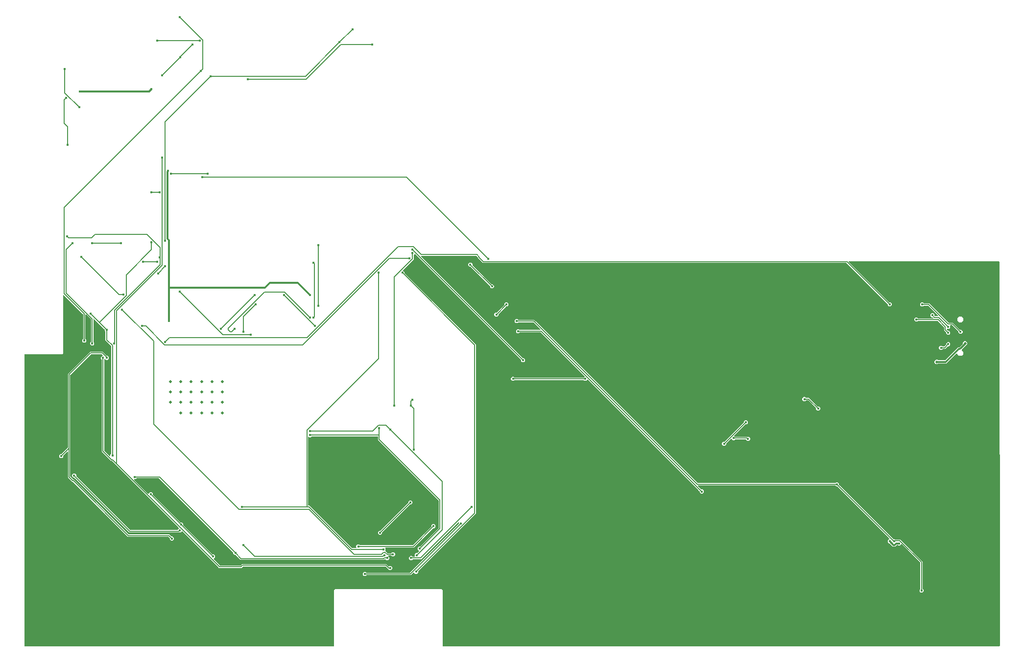
<source format=gbr>
G04 EAGLE Gerber RS-274X export*
G75*
%MOMM*%
%FSLAX34Y34*%
%LPD*%
%INBottom Copper*%
%IPPOS*%
%AMOC8*
5,1,8,0,0,1.08239X$1,22.5*%
G01*
G04 Define Apertures*
%ADD10C,0.502400*%
%ADD11C,0.300000*%
%ADD12C,0.150000*%
%ADD13C,0.452400*%
G36*
X667773Y-428894D02*
X667476Y-428954D01*
X133524Y-428954D01*
X133249Y-428903D01*
X132994Y-428739D01*
X132822Y-428489D01*
X132762Y-428192D01*
X132762Y75476D01*
X132813Y75751D01*
X132977Y76006D01*
X133227Y76178D01*
X133524Y76238D01*
X198144Y76238D01*
X199762Y77856D01*
X199762Y178042D01*
X199809Y178305D01*
X199968Y178563D01*
X200216Y178738D01*
X200512Y178804D01*
X200810Y178748D01*
X201063Y178580D01*
X234007Y145636D01*
X234170Y145395D01*
X234230Y145098D01*
X234230Y103291D01*
X234174Y103005D01*
X234007Y102752D01*
X232718Y101463D01*
X232718Y98537D01*
X234787Y96468D01*
X237713Y96468D01*
X239782Y98537D01*
X239782Y101463D01*
X238493Y102752D01*
X238330Y102993D01*
X238270Y103291D01*
X238270Y144534D01*
X238317Y144797D01*
X238476Y145055D01*
X238724Y145230D01*
X239020Y145296D01*
X239318Y145240D01*
X239571Y145072D01*
X247757Y136886D01*
X247920Y136645D01*
X247980Y136348D01*
X247980Y98291D01*
X247924Y98005D01*
X247757Y97752D01*
X246468Y96463D01*
X246468Y93537D01*
X248537Y91468D01*
X251463Y91468D01*
X253532Y93537D01*
X253532Y96463D01*
X252243Y97752D01*
X252080Y97993D01*
X252020Y98291D01*
X252020Y137034D01*
X252067Y137297D01*
X252226Y137555D01*
X252474Y137730D01*
X252770Y137796D01*
X253068Y137740D01*
X253321Y137572D01*
X271245Y119648D01*
X271408Y119407D01*
X271468Y119110D01*
X271468Y117287D01*
X272757Y115998D01*
X272920Y115757D01*
X272980Y115459D01*
X272980Y100413D01*
X282757Y90636D01*
X282920Y90395D01*
X282980Y90098D01*
X282980Y-95459D01*
X282924Y-95745D01*
X282757Y-95998D01*
X281468Y-97287D01*
X281468Y-99272D01*
X281421Y-99535D01*
X281262Y-99793D01*
X281014Y-99968D01*
X280718Y-100034D01*
X280420Y-99978D01*
X280167Y-99810D01*
X270993Y-90636D01*
X270830Y-90395D01*
X270770Y-90098D01*
X270770Y66709D01*
X270826Y66995D01*
X270993Y67248D01*
X271336Y67591D01*
X271567Y67749D01*
X271863Y67814D01*
X272161Y67759D01*
X272414Y67591D01*
X273537Y66468D01*
X276463Y66468D01*
X278532Y68537D01*
X278532Y71463D01*
X276463Y73532D01*
X275890Y73532D01*
X275604Y73588D01*
X275352Y73755D01*
X268337Y80770D01*
X246663Y80770D01*
X207980Y42087D01*
X207980Y-85098D01*
X207924Y-85384D01*
X207757Y-85636D01*
X197148Y-96245D01*
X196907Y-96408D01*
X196610Y-96468D01*
X194787Y-96468D01*
X192718Y-98537D01*
X192718Y-101463D01*
X194787Y-103532D01*
X197713Y-103532D01*
X199782Y-101463D01*
X199782Y-99640D01*
X199838Y-99354D01*
X200005Y-99102D01*
X206679Y-92428D01*
X206899Y-92275D01*
X207194Y-92205D01*
X207493Y-92256D01*
X207748Y-92419D01*
X207920Y-92669D01*
X207980Y-92966D01*
X207980Y-137087D01*
X215413Y-144520D01*
X216348Y-144520D01*
X216634Y-144576D01*
X216886Y-144743D01*
X311663Y-239520D01*
X381348Y-239520D01*
X381634Y-239576D01*
X381886Y-239743D01*
X383745Y-241602D01*
X383908Y-241843D01*
X383968Y-242140D01*
X383968Y-243963D01*
X386037Y-246032D01*
X388963Y-246032D01*
X391032Y-243963D01*
X391032Y-241037D01*
X388963Y-238968D01*
X387140Y-238968D01*
X386854Y-238912D01*
X386602Y-238745D01*
X383337Y-235480D01*
X313652Y-235480D01*
X313366Y-235424D01*
X313114Y-235257D01*
X218337Y-140480D01*
X217402Y-140480D01*
X217116Y-140424D01*
X216864Y-140257D01*
X212243Y-135636D01*
X212080Y-135395D01*
X212020Y-135098D01*
X212020Y40098D01*
X212076Y40384D01*
X212243Y40636D01*
X248114Y76507D01*
X248355Y76670D01*
X248652Y76730D01*
X266348Y76730D01*
X266634Y76674D01*
X266886Y76507D01*
X268560Y74833D01*
X268713Y74613D01*
X268783Y74318D01*
X268732Y74019D01*
X268569Y73764D01*
X268319Y73592D01*
X268022Y73532D01*
X267287Y73532D01*
X265218Y71463D01*
X265218Y68537D01*
X266507Y67248D01*
X266670Y67007D01*
X266730Y66709D01*
X266730Y-92087D01*
X282913Y-108270D01*
X283848Y-108270D01*
X284134Y-108326D01*
X284386Y-108493D01*
X399910Y-224017D01*
X400068Y-224248D01*
X400133Y-224544D01*
X400078Y-224842D01*
X399910Y-225095D01*
X397702Y-227303D01*
X397667Y-227493D01*
X397503Y-227748D01*
X397253Y-227920D01*
X396956Y-227980D01*
X316152Y-227980D01*
X315866Y-227924D01*
X315614Y-227757D01*
X222505Y-134648D01*
X222342Y-134407D01*
X222282Y-134110D01*
X222282Y-132287D01*
X220213Y-130218D01*
X217287Y-130218D01*
X215218Y-132287D01*
X215218Y-135213D01*
X217287Y-137282D01*
X219110Y-137282D01*
X219396Y-137338D01*
X219648Y-137505D01*
X314163Y-232020D01*
X399209Y-232020D01*
X399495Y-232076D01*
X399748Y-232243D01*
X399787Y-232282D01*
X402713Y-232282D01*
X404905Y-230090D01*
X405136Y-229932D01*
X405432Y-229867D01*
X405730Y-229922D01*
X405983Y-230090D01*
X469163Y-293270D01*
X508337Y-293270D01*
X510614Y-290993D01*
X510855Y-290830D01*
X511152Y-290770D01*
X756348Y-290770D01*
X756634Y-290826D01*
X756886Y-290993D01*
X761663Y-295770D01*
X761709Y-295770D01*
X761995Y-295826D01*
X762248Y-295993D01*
X763537Y-297282D01*
X766463Y-297282D01*
X768532Y-295213D01*
X768532Y-292287D01*
X766463Y-290218D01*
X763537Y-290218D01*
X763220Y-290535D01*
X762989Y-290693D01*
X762693Y-290758D01*
X762395Y-290703D01*
X762142Y-290535D01*
X758337Y-286730D01*
X509163Y-286730D01*
X506886Y-289007D01*
X506645Y-289170D01*
X506348Y-289230D01*
X471152Y-289230D01*
X470866Y-289174D01*
X470614Y-289007D01*
X460090Y-278483D01*
X459932Y-278253D01*
X459867Y-277956D01*
X459922Y-277658D01*
X460090Y-277405D01*
X462282Y-275213D01*
X462282Y-272287D01*
X460213Y-270218D01*
X458390Y-270218D01*
X458104Y-270162D01*
X457852Y-269995D01*
X407505Y-219648D01*
X407342Y-219407D01*
X407282Y-219110D01*
X407282Y-217287D01*
X405213Y-215218D01*
X403390Y-215218D01*
X403104Y-215162D01*
X402852Y-214995D01*
X355005Y-167148D01*
X354842Y-166907D01*
X354782Y-166610D01*
X354782Y-164787D01*
X352713Y-162718D01*
X349787Y-162718D01*
X347595Y-164910D01*
X347364Y-165068D01*
X347068Y-165133D01*
X346770Y-165078D01*
X346517Y-164910D01*
X322690Y-141083D01*
X322537Y-140863D01*
X322467Y-140568D01*
X322518Y-140269D01*
X322681Y-140014D01*
X322931Y-139842D01*
X323228Y-139782D01*
X325213Y-139782D01*
X326502Y-138493D01*
X326743Y-138330D01*
X327041Y-138270D01*
X365098Y-138270D01*
X365384Y-138326D01*
X365636Y-138493D01*
X493745Y-266602D01*
X493908Y-266843D01*
X493968Y-267140D01*
X493968Y-268963D01*
X496037Y-271032D01*
X497860Y-271032D01*
X498146Y-271088D01*
X498398Y-271255D01*
X506663Y-279520D01*
X754587Y-279520D01*
X755614Y-278493D01*
X755855Y-278330D01*
X756152Y-278270D01*
X756709Y-278270D01*
X756995Y-278326D01*
X757248Y-278493D01*
X758537Y-279782D01*
X761463Y-279782D01*
X763532Y-277713D01*
X763532Y-274787D01*
X762066Y-273321D01*
X761913Y-273101D01*
X761843Y-272806D01*
X761894Y-272507D01*
X762057Y-272252D01*
X762307Y-272080D01*
X762605Y-272020D01*
X766709Y-272020D01*
X766995Y-272076D01*
X767248Y-272243D01*
X768537Y-273532D01*
X771463Y-273532D01*
X773532Y-271463D01*
X773532Y-268537D01*
X771463Y-266468D01*
X768537Y-266468D01*
X767248Y-267757D01*
X767007Y-267920D01*
X766709Y-267980D01*
X761152Y-267980D01*
X760866Y-267924D01*
X760614Y-267757D01*
X756965Y-264108D01*
X756807Y-263878D01*
X756742Y-263581D01*
X756797Y-263283D01*
X756965Y-263030D01*
X757282Y-262713D01*
X757282Y-259787D01*
X757066Y-259571D01*
X756913Y-259351D01*
X756843Y-259056D01*
X756894Y-258757D01*
X757057Y-258502D01*
X757307Y-258330D01*
X757605Y-258270D01*
X805837Y-258270D01*
X839102Y-225005D01*
X839343Y-224842D01*
X839640Y-224782D01*
X841463Y-224782D01*
X843532Y-222713D01*
X843532Y-219787D01*
X841463Y-217718D01*
X838537Y-217718D01*
X836468Y-219787D01*
X836468Y-221610D01*
X836412Y-221896D01*
X836245Y-222148D01*
X804386Y-254007D01*
X804145Y-254170D01*
X803848Y-254230D01*
X713291Y-254230D01*
X713005Y-254174D01*
X712752Y-254007D01*
X711463Y-252718D01*
X708537Y-252718D01*
X706468Y-254787D01*
X706468Y-257713D01*
X706684Y-257929D01*
X706837Y-258149D01*
X706907Y-258444D01*
X706856Y-258743D01*
X706693Y-258998D01*
X706443Y-259170D01*
X706145Y-259230D01*
X699902Y-259230D01*
X699616Y-259174D01*
X699364Y-259007D01*
X625837Y-185480D01*
X624032Y-185480D01*
X623757Y-185429D01*
X623502Y-185265D01*
X623330Y-185015D01*
X623270Y-184718D01*
X623270Y-67605D01*
X623317Y-67341D01*
X623476Y-67083D01*
X623724Y-66908D01*
X624020Y-66843D01*
X624318Y-66898D01*
X624571Y-67066D01*
X624787Y-67282D01*
X627713Y-67282D01*
X629002Y-65993D01*
X629243Y-65830D01*
X629541Y-65770D01*
X743468Y-65770D01*
X743743Y-65821D01*
X743998Y-65985D01*
X744170Y-66235D01*
X744230Y-66532D01*
X744230Y-72087D01*
X849007Y-176864D01*
X849170Y-177105D01*
X849230Y-177402D01*
X849230Y-223848D01*
X849174Y-224134D01*
X849007Y-224386D01*
X817148Y-256245D01*
X816907Y-256408D01*
X816610Y-256468D01*
X814787Y-256468D01*
X812718Y-258537D01*
X812718Y-261463D01*
X814910Y-263655D01*
X815068Y-263886D01*
X815133Y-264182D01*
X815078Y-264480D01*
X814910Y-264733D01*
X812148Y-267495D01*
X811907Y-267658D01*
X811610Y-267718D01*
X809787Y-267718D01*
X807718Y-269787D01*
X807718Y-272713D01*
X807934Y-272929D01*
X808087Y-273149D01*
X808157Y-273444D01*
X808106Y-273743D01*
X807943Y-273998D01*
X807693Y-274170D01*
X807395Y-274230D01*
X804541Y-274230D01*
X804255Y-274174D01*
X804002Y-274007D01*
X802713Y-272718D01*
X799787Y-272718D01*
X797718Y-274787D01*
X797718Y-277713D01*
X799787Y-279782D01*
X802713Y-279782D01*
X804002Y-278493D01*
X804243Y-278330D01*
X804541Y-278270D01*
X818337Y-278270D01*
X882667Y-213940D01*
X882887Y-213787D01*
X883182Y-213717D01*
X883481Y-213768D01*
X883736Y-213931D01*
X883908Y-214181D01*
X883968Y-214478D01*
X883968Y-216610D01*
X883912Y-216896D01*
X883745Y-217148D01*
X799386Y-301507D01*
X799145Y-301670D01*
X798848Y-301730D01*
X724541Y-301730D01*
X724255Y-301674D01*
X724002Y-301507D01*
X722713Y-300218D01*
X719787Y-300218D01*
X717718Y-302287D01*
X717718Y-305213D01*
X719787Y-307282D01*
X722713Y-307282D01*
X724002Y-305993D01*
X724243Y-305830D01*
X724541Y-305770D01*
X800837Y-305770D01*
X805267Y-301340D01*
X805498Y-301182D01*
X805794Y-301117D01*
X806092Y-301172D01*
X806345Y-301340D01*
X808537Y-303532D01*
X811463Y-303532D01*
X813532Y-301463D01*
X813532Y-299640D01*
X813588Y-299354D01*
X813755Y-299102D01*
X913270Y-199587D01*
X913270Y93337D01*
X790005Y216602D01*
X789842Y216843D01*
X789782Y217140D01*
X789782Y218963D01*
X787590Y221155D01*
X787432Y221386D01*
X787367Y221682D01*
X787422Y221980D01*
X787590Y222233D01*
X805770Y240413D01*
X805770Y247959D01*
X805826Y248245D01*
X805993Y248498D01*
X807405Y249910D01*
X807636Y250068D01*
X807932Y250133D01*
X808230Y250078D01*
X808483Y249910D01*
X991245Y67148D01*
X991408Y66907D01*
X991468Y66610D01*
X991468Y64787D01*
X993537Y62718D01*
X996463Y62718D01*
X998532Y64787D01*
X998532Y67713D01*
X996463Y69782D01*
X994640Y69782D01*
X994354Y69838D01*
X994102Y70005D01*
X818678Y245429D01*
X818525Y245649D01*
X818455Y245944D01*
X818506Y246243D01*
X818669Y246498D01*
X818919Y246670D01*
X819216Y246730D01*
X913848Y246730D01*
X914134Y246674D01*
X914386Y246507D01*
X916507Y244386D01*
X916670Y244145D01*
X916730Y243848D01*
X916730Y242913D01*
X925413Y234230D01*
X1553848Y234230D01*
X1554134Y234174D01*
X1554386Y234007D01*
X1624995Y163398D01*
X1625158Y163157D01*
X1625218Y162860D01*
X1625218Y161037D01*
X1627287Y158968D01*
X1630213Y158968D01*
X1632282Y161037D01*
X1632282Y163963D01*
X1630213Y166032D01*
X1628390Y166032D01*
X1628104Y166088D01*
X1627852Y166255D01*
X1558170Y235937D01*
X1558017Y236157D01*
X1557947Y236452D01*
X1557998Y236751D01*
X1558161Y237006D01*
X1558411Y237178D01*
X1558708Y237238D01*
X1817476Y237238D01*
X1817751Y237187D01*
X1818006Y237023D01*
X1818178Y236773D01*
X1818238Y236476D01*
X1818238Y-96144D01*
X1819015Y-96921D01*
X1819178Y-97162D01*
X1819238Y-97460D01*
X1819238Y-428192D01*
X1819187Y-428467D01*
X1819023Y-428722D01*
X1818773Y-428894D01*
X1818476Y-428954D01*
X856524Y-428954D01*
X856249Y-428903D01*
X855994Y-428739D01*
X855822Y-428489D01*
X855762Y-428192D01*
X855762Y-331856D01*
X854144Y-330238D01*
X669856Y-330238D01*
X668238Y-331856D01*
X668238Y-428192D01*
X668187Y-428467D01*
X668023Y-428722D01*
X667773Y-428894D01*
G37*
%LPC*%
G36*
X939787Y190218D02*
X942713Y190218D01*
X944782Y192287D01*
X944782Y195213D01*
X942713Y197282D01*
X940890Y197282D01*
X940604Y197338D01*
X940352Y197505D01*
X907505Y230352D01*
X907342Y230593D01*
X907282Y230890D01*
X907282Y232713D01*
X905213Y234782D01*
X902287Y234782D01*
X900218Y232713D01*
X900218Y229787D01*
X902287Y227718D01*
X904110Y227718D01*
X904396Y227662D01*
X904648Y227495D01*
X937495Y194648D01*
X937658Y194407D01*
X937718Y194110D01*
X937718Y192287D01*
X939787Y190218D01*
G37*
G36*
X1728537Y110218D02*
X1731463Y110218D01*
X1733532Y112287D01*
X1733532Y115213D01*
X1731463Y117282D01*
X1729640Y117282D01*
X1729354Y117338D01*
X1729102Y117505D01*
X1727690Y118917D01*
X1727537Y119137D01*
X1727467Y119432D01*
X1727518Y119731D01*
X1727681Y119986D01*
X1727931Y120158D01*
X1728228Y120218D01*
X1731463Y120218D01*
X1733532Y122287D01*
X1733532Y125213D01*
X1733316Y125429D01*
X1733163Y125649D01*
X1733093Y125944D01*
X1733144Y126243D01*
X1733307Y126498D01*
X1733557Y126670D01*
X1733855Y126730D01*
X1736348Y126730D01*
X1736634Y126674D01*
X1736886Y126507D01*
X1747495Y115898D01*
X1747658Y115657D01*
X1747718Y115360D01*
X1747718Y113537D01*
X1749787Y111468D01*
X1752713Y111468D01*
X1754782Y113537D01*
X1754782Y116463D01*
X1752713Y118532D01*
X1750890Y118532D01*
X1750604Y118588D01*
X1750352Y118755D01*
X1738337Y130770D01*
X1731152Y130770D01*
X1730866Y130826D01*
X1730614Y130993D01*
X1697087Y164520D01*
X1688291Y164520D01*
X1688005Y164576D01*
X1687752Y164743D01*
X1686463Y166032D01*
X1683537Y166032D01*
X1681468Y163963D01*
X1681468Y161037D01*
X1683537Y158968D01*
X1686463Y158968D01*
X1687752Y160257D01*
X1687993Y160420D01*
X1688291Y160480D01*
X1695098Y160480D01*
X1695384Y160424D01*
X1695636Y160257D01*
X1712572Y143321D01*
X1712725Y143101D01*
X1712795Y142806D01*
X1712744Y142507D01*
X1712581Y142252D01*
X1712331Y142080D01*
X1712034Y142020D01*
X1707402Y142020D01*
X1707116Y142076D01*
X1706864Y142243D01*
X1706255Y142852D01*
X1706092Y143093D01*
X1706032Y143390D01*
X1706032Y145213D01*
X1703963Y147282D01*
X1701037Y147282D01*
X1698968Y145213D01*
X1698968Y142287D01*
X1701037Y140218D01*
X1702860Y140218D01*
X1703146Y140162D01*
X1703398Y139995D01*
X1703822Y139571D01*
X1703975Y139351D01*
X1704045Y139056D01*
X1703994Y138757D01*
X1703831Y138502D01*
X1703581Y138330D01*
X1703284Y138270D01*
X1678291Y138270D01*
X1678005Y138326D01*
X1677752Y138493D01*
X1676463Y139782D01*
X1673537Y139782D01*
X1671468Y137713D01*
X1671468Y134787D01*
X1673537Y132718D01*
X1676463Y132718D01*
X1677752Y134007D01*
X1677993Y134170D01*
X1678291Y134230D01*
X1711348Y134230D01*
X1711634Y134174D01*
X1711886Y134007D01*
X1722757Y123136D01*
X1722920Y122895D01*
X1722980Y122598D01*
X1722980Y117913D01*
X1726245Y114648D01*
X1726408Y114407D01*
X1726468Y114110D01*
X1726468Y112287D01*
X1728537Y110218D01*
G37*
G36*
X947287Y141468D02*
X950213Y141468D01*
X952282Y143537D01*
X952282Y145360D01*
X952338Y145646D01*
X952505Y145898D01*
X965352Y158745D01*
X965593Y158908D01*
X965890Y158968D01*
X967713Y158968D01*
X969782Y161037D01*
X969782Y163963D01*
X967713Y166032D01*
X964787Y166032D01*
X962718Y163963D01*
X962718Y162140D01*
X962662Y161854D01*
X962495Y161602D01*
X949648Y148755D01*
X949407Y148592D01*
X949110Y148532D01*
X947287Y148532D01*
X945218Y146463D01*
X945218Y143537D01*
X947287Y141468D01*
G37*
G36*
X1748695Y131250D02*
X1753045Y131250D01*
X1756120Y134325D01*
X1756120Y138675D01*
X1753045Y141750D01*
X1748695Y141750D01*
X1745620Y138675D01*
X1745620Y134325D01*
X1748695Y131250D01*
G37*
G36*
X1682287Y-336032D02*
X1685213Y-336032D01*
X1687282Y-333963D01*
X1687282Y-331037D01*
X1685993Y-329748D01*
X1685830Y-329507D01*
X1685770Y-329209D01*
X1685770Y-282913D01*
X1647087Y-244230D01*
X1638291Y-244230D01*
X1638005Y-244174D01*
X1637752Y-244007D01*
X1637713Y-243968D01*
X1635890Y-243968D01*
X1635604Y-243912D01*
X1635352Y-243745D01*
X1541255Y-149648D01*
X1541092Y-149407D01*
X1541032Y-149110D01*
X1541032Y-147287D01*
X1538963Y-145218D01*
X1536037Y-145218D01*
X1534748Y-146507D01*
X1534507Y-146670D01*
X1534209Y-146730D01*
X1297402Y-146730D01*
X1297116Y-146674D01*
X1296864Y-146507D01*
X1014587Y135770D01*
X987041Y135770D01*
X986755Y135826D01*
X986502Y135993D01*
X985213Y137282D01*
X982287Y137282D01*
X980218Y135213D01*
X980218Y132287D01*
X982287Y130218D01*
X985213Y130218D01*
X986502Y131507D01*
X986743Y131670D01*
X987041Y131730D01*
X1012598Y131730D01*
X1012884Y131674D01*
X1013136Y131507D01*
X1025072Y119571D01*
X1025225Y119351D01*
X1025295Y119056D01*
X1025244Y118757D01*
X1025081Y118502D01*
X1024831Y118330D01*
X1024534Y118270D01*
X989541Y118270D01*
X989255Y118326D01*
X989002Y118493D01*
X987713Y119782D01*
X984787Y119782D01*
X982718Y117713D01*
X982718Y114787D01*
X984787Y112718D01*
X987713Y112718D01*
X989002Y114007D01*
X989243Y114170D01*
X989541Y114230D01*
X1025098Y114230D01*
X1025384Y114174D01*
X1025636Y114007D01*
X1101160Y38483D01*
X1101318Y38253D01*
X1101383Y37956D01*
X1101328Y37658D01*
X1101160Y37405D01*
X1099748Y35993D01*
X1099507Y35830D01*
X1099209Y35770D01*
X980791Y35770D01*
X980505Y35826D01*
X980252Y35993D01*
X978963Y37282D01*
X976037Y37282D01*
X973968Y35213D01*
X973968Y32287D01*
X976037Y30218D01*
X978963Y30218D01*
X980252Y31507D01*
X980493Y31670D01*
X980791Y31730D01*
X1099209Y31730D01*
X1099495Y31674D01*
X1099748Y31507D01*
X1101037Y30218D01*
X1103963Y30218D01*
X1106155Y32410D01*
X1106386Y32568D01*
X1106682Y32633D01*
X1106980Y32578D01*
X1107233Y32410D01*
X1299995Y-160352D01*
X1300158Y-160593D01*
X1300218Y-160890D01*
X1300218Y-162713D01*
X1302287Y-164782D01*
X1305213Y-164782D01*
X1307282Y-162713D01*
X1307282Y-159787D01*
X1305213Y-157718D01*
X1303390Y-157718D01*
X1303104Y-157662D01*
X1302852Y-157495D01*
X1297428Y-152071D01*
X1297275Y-151851D01*
X1297205Y-151556D01*
X1297256Y-151257D01*
X1297419Y-151002D01*
X1297669Y-150830D01*
X1297966Y-150770D01*
X1534209Y-150770D01*
X1534495Y-150826D01*
X1534748Y-150993D01*
X1536037Y-152282D01*
X1537860Y-152282D01*
X1538146Y-152338D01*
X1538398Y-152505D01*
X1628560Y-242667D01*
X1628713Y-242887D01*
X1628783Y-243182D01*
X1628732Y-243481D01*
X1628569Y-243736D01*
X1628319Y-243908D01*
X1628022Y-243968D01*
X1627287Y-243968D01*
X1625218Y-246037D01*
X1625218Y-248963D01*
X1627287Y-251032D01*
X1628049Y-251032D01*
X1628335Y-251088D01*
X1628588Y-251255D01*
X1633853Y-256520D01*
X1638647Y-256520D01*
X1640924Y-254243D01*
X1641166Y-254080D01*
X1641463Y-254020D01*
X1642459Y-254020D01*
X1642745Y-254076D01*
X1642998Y-254243D01*
X1643537Y-254782D01*
X1646463Y-254782D01*
X1648655Y-252590D01*
X1648886Y-252432D01*
X1649182Y-252367D01*
X1649480Y-252422D01*
X1649733Y-252590D01*
X1681507Y-284364D01*
X1681670Y-284605D01*
X1681730Y-284902D01*
X1681730Y-329209D01*
X1681674Y-329495D01*
X1681507Y-329748D01*
X1680218Y-331037D01*
X1680218Y-333963D01*
X1682287Y-336032D01*
G37*
G36*
X1708433Y59218D02*
X1711567Y59218D01*
X1712355Y60007D01*
X1712597Y60170D01*
X1712894Y60230D01*
X1726771Y60230D01*
X1744319Y77778D01*
X1744539Y77931D01*
X1744834Y78001D01*
X1745133Y77950D01*
X1745388Y77786D01*
X1745560Y77536D01*
X1745620Y77239D01*
X1745620Y76525D01*
X1748695Y73450D01*
X1753045Y73450D01*
X1756120Y76525D01*
X1756120Y80875D01*
X1753495Y83500D01*
X1753337Y83730D01*
X1753272Y84026D01*
X1753327Y84325D01*
X1753495Y84577D01*
X1759912Y90995D01*
X1760154Y91158D01*
X1760451Y91218D01*
X1760567Y91218D01*
X1762782Y93433D01*
X1762782Y96567D01*
X1760567Y98782D01*
X1757433Y98782D01*
X1755218Y96567D01*
X1755218Y94451D01*
X1755162Y94165D01*
X1754995Y93912D01*
X1749526Y88443D01*
X1749284Y88280D01*
X1748987Y88220D01*
X1746927Y88220D01*
X1724700Y65993D01*
X1724458Y65830D01*
X1724161Y65770D01*
X1712894Y65770D01*
X1712608Y65826D01*
X1712355Y65993D01*
X1711567Y66782D01*
X1708433Y66782D01*
X1706218Y64567D01*
X1706218Y61433D01*
X1708433Y59218D01*
G37*
G36*
X1716037Y83968D02*
X1718963Y83968D01*
X1720252Y85257D01*
X1720493Y85420D01*
X1720791Y85480D01*
X1724587Y85480D01*
X1729102Y89995D01*
X1729343Y90158D01*
X1729640Y90218D01*
X1731463Y90218D01*
X1733532Y92287D01*
X1733532Y95213D01*
X1731463Y97282D01*
X1728537Y97282D01*
X1726468Y95213D01*
X1726468Y93390D01*
X1726412Y93104D01*
X1726245Y92852D01*
X1723136Y89743D01*
X1722895Y89580D01*
X1722598Y89520D01*
X1720791Y89520D01*
X1720505Y89576D01*
X1720252Y89743D01*
X1718963Y91032D01*
X1716037Y91032D01*
X1713968Y88963D01*
X1713968Y86037D01*
X1716037Y83968D01*
G37*
G36*
X1503537Y-21032D02*
X1506463Y-21032D01*
X1508532Y-18963D01*
X1508532Y-16037D01*
X1506463Y-13968D01*
X1504640Y-13968D01*
X1504354Y-13912D01*
X1504102Y-13745D01*
X1489587Y770D01*
X1484541Y770D01*
X1484255Y826D01*
X1484002Y993D01*
X1482713Y2282D01*
X1479787Y2282D01*
X1477718Y213D01*
X1477718Y-2713D01*
X1479787Y-4782D01*
X1482713Y-4782D01*
X1484002Y-3493D01*
X1484243Y-3330D01*
X1484541Y-3270D01*
X1487598Y-3270D01*
X1487884Y-3326D01*
X1488136Y-3493D01*
X1501245Y-16602D01*
X1501408Y-16843D01*
X1501468Y-17140D01*
X1501468Y-18963D01*
X1503537Y-21032D01*
G37*
G36*
X1341037Y-82282D02*
X1343963Y-82282D01*
X1346032Y-80213D01*
X1346032Y-78390D01*
X1346088Y-78104D01*
X1346255Y-77852D01*
X1354017Y-70090D01*
X1354248Y-69932D01*
X1354544Y-69867D01*
X1354842Y-69922D01*
X1355095Y-70090D01*
X1357287Y-72282D01*
X1360213Y-72282D01*
X1361502Y-70993D01*
X1361743Y-70830D01*
X1362041Y-70770D01*
X1379456Y-70770D01*
X1379731Y-70821D01*
X1379986Y-70985D01*
X1380158Y-71235D01*
X1380200Y-71445D01*
X1382287Y-73532D01*
X1385213Y-73532D01*
X1387282Y-71463D01*
X1387282Y-68537D01*
X1385213Y-66468D01*
X1382287Y-66468D01*
X1382248Y-66507D01*
X1382007Y-66670D01*
X1381709Y-66730D01*
X1362041Y-66730D01*
X1361755Y-66674D01*
X1361502Y-66507D01*
X1360090Y-65095D01*
X1359932Y-64864D01*
X1359867Y-64568D01*
X1359922Y-64270D01*
X1360090Y-64017D01*
X1379102Y-45005D01*
X1379343Y-44842D01*
X1379640Y-44782D01*
X1381463Y-44782D01*
X1383532Y-42713D01*
X1383532Y-39787D01*
X1381463Y-37718D01*
X1378537Y-37718D01*
X1376468Y-39787D01*
X1376468Y-41610D01*
X1376412Y-41896D01*
X1376245Y-42148D01*
X1343398Y-74995D01*
X1343157Y-75158D01*
X1342860Y-75218D01*
X1341037Y-75218D01*
X1338968Y-77287D01*
X1338968Y-80213D01*
X1341037Y-82282D01*
G37*
G36*
X746037Y-236032D02*
X748963Y-236032D01*
X751032Y-233963D01*
X751032Y-232140D01*
X751088Y-231854D01*
X751255Y-231602D01*
X799102Y-183755D01*
X799343Y-183592D01*
X799640Y-183532D01*
X801463Y-183532D01*
X803532Y-181463D01*
X803532Y-178537D01*
X801463Y-176468D01*
X798537Y-176468D01*
X796468Y-178537D01*
X796468Y-180360D01*
X796412Y-180646D01*
X796245Y-180898D01*
X748398Y-228745D01*
X748157Y-228908D01*
X747860Y-228968D01*
X746037Y-228968D01*
X743968Y-231037D01*
X743968Y-233963D01*
X746037Y-236032D01*
G37*
%LPD*%
D10*
X1710000Y63000D03*
D11*
X1748074Y85450D02*
X1750450Y85450D01*
X1759000Y94000D01*
X1725624Y63000D02*
X1710000Y63000D01*
X1725624Y63000D02*
X1748074Y85450D01*
X1759000Y94000D02*
X1759000Y95000D01*
D10*
X1759000Y95000D03*
D12*
X1597500Y-247500D02*
X1597500Y-303750D01*
X1597500Y-247500D02*
X1506250Y-156250D01*
X1505000Y-156250D01*
X1013750Y27500D02*
X973750Y-12500D01*
D13*
X1597500Y-303750D03*
X1505000Y-156250D03*
X1013750Y27500D03*
X973750Y-12500D03*
D12*
X1717500Y87500D02*
X1723750Y87500D01*
X1730000Y93750D01*
D13*
X1717500Y87500D03*
X1730000Y93750D03*
D12*
X1696250Y162500D02*
X1685000Y162500D01*
X1696250Y162500D02*
X1730000Y128750D01*
X1737500Y128750D01*
X1751250Y115000D01*
D13*
X1685000Y162500D03*
X1751250Y115000D03*
D12*
X1712500Y136250D02*
X1675000Y136250D01*
X1712500Y136250D02*
X1725000Y123750D01*
X1725000Y118750D01*
X1730000Y113750D01*
D13*
X1675000Y136250D03*
X1730000Y113750D03*
D12*
X1706250Y140000D02*
X1702500Y143750D01*
X1706250Y140000D02*
X1713750Y140000D01*
X1730000Y123750D01*
D13*
X1702500Y143750D03*
X1730000Y123750D03*
D12*
X1628750Y162500D02*
X1555000Y236250D01*
X926250Y236250D01*
X918750Y243750D01*
X918750Y245000D01*
X915000Y248750D01*
X818750Y248750D01*
X805000Y262500D01*
X778750Y262500D01*
X621250Y105000D01*
X383750Y105000D01*
X376250Y97500D01*
D13*
X1628750Y162500D03*
X376250Y97500D03*
D12*
X1488750Y-1250D02*
X1505000Y-17500D01*
X1488750Y-1250D02*
X1481250Y-1250D01*
D13*
X1505000Y-17500D03*
X1481250Y-1250D03*
D11*
X348750Y531250D02*
X228750Y531250D01*
X348750Y531250D02*
X352500Y535000D01*
X381250Y393750D02*
X380000Y392500D01*
X380000Y276250D01*
X382500Y273750D01*
X382500Y191250D02*
X382500Y133750D01*
X382500Y191250D02*
X382500Y273750D01*
X1640000Y-251250D02*
X1645000Y-251250D01*
X1640000Y-251250D02*
X1637500Y-253750D01*
X1635000Y-253750D01*
X1628750Y-247500D01*
X548750Y191250D02*
X382500Y191250D01*
X548750Y191250D02*
X557500Y200000D01*
X605000Y200000D01*
X626250Y178750D01*
D13*
X228750Y531250D03*
X352500Y535000D03*
X381250Y393750D03*
X382500Y133750D03*
X1645000Y-251250D03*
X1628750Y-247500D03*
X626250Y178750D03*
D12*
X401250Y-228750D02*
X400000Y-230000D01*
X315000Y-230000D01*
X218750Y-133750D01*
X201250Y516250D02*
X205000Y520000D01*
X201250Y516250D02*
X201250Y476250D01*
X207500Y470000D01*
X207500Y438750D01*
X216250Y268750D02*
X205000Y257500D01*
X205000Y182500D01*
X250000Y137500D01*
X250000Y95000D01*
D13*
X401250Y-228750D03*
X218750Y-133750D03*
X205000Y520000D03*
X207500Y438750D03*
X216250Y268750D03*
X250000Y95000D03*
D12*
X752500Y-273750D02*
X755000Y-271250D01*
X752500Y-273750D02*
X531250Y-273750D01*
X511250Y-253750D01*
X632500Y140000D02*
X633750Y141250D01*
X633750Y233750D01*
X632500Y235000D01*
X210000Y-86250D02*
X196250Y-100000D01*
X210000Y-86250D02*
X210000Y41250D01*
X247500Y78750D01*
X267500Y78750D01*
X275000Y71250D01*
X275000Y70000D01*
X208750Y277500D02*
X206250Y280000D01*
X208750Y277500D02*
X248750Y277500D01*
X255000Y283750D01*
X345000Y283750D01*
X367500Y261250D01*
X367500Y243750D02*
X367500Y231250D01*
X367500Y243750D02*
X367500Y261250D01*
X367500Y231250D02*
X288750Y152500D01*
X288750Y96250D01*
X287500Y95000D01*
X366250Y243750D02*
X367500Y243750D01*
X382500Y-237500D02*
X387500Y-242500D01*
X382500Y-237500D02*
X312500Y-237500D01*
X217500Y-142500D01*
X216250Y-142500D01*
X210000Y-136250D01*
X210000Y-86250D01*
D13*
X755000Y-271250D03*
X511250Y-253750D03*
X632500Y140000D03*
X632500Y235000D03*
X196250Y-100000D03*
X275000Y70000D03*
X206250Y280000D03*
X287500Y95000D03*
X366250Y243750D03*
X387500Y-242500D03*
D12*
X755000Y-276250D02*
X760000Y-276250D01*
X755000Y-276250D02*
X753750Y-277500D01*
X507500Y-277500D01*
X497500Y-267500D01*
X366250Y-136250D02*
X323750Y-136250D01*
X366250Y-136250D02*
X497500Y-267500D01*
X641250Y160000D02*
X641250Y265000D01*
X275000Y118750D02*
X262500Y131250D01*
X247500Y146250D01*
X352500Y257500D02*
X352500Y270000D01*
X352500Y257500D02*
X308750Y213750D01*
X308750Y177500D01*
X262500Y131250D01*
X285000Y91250D02*
X285000Y-98750D01*
X285000Y91250D02*
X275000Y101250D01*
X275000Y118750D01*
D13*
X760000Y-276250D03*
X497500Y-267500D03*
X323750Y-136250D03*
X641250Y160000D03*
X641250Y265000D03*
X247500Y146250D03*
X275000Y118750D03*
X352500Y270000D03*
X285000Y-98750D03*
D12*
X296250Y180000D02*
X303750Y180000D01*
X296250Y180000D02*
X231250Y245000D01*
X202500Y528750D02*
X202500Y570000D01*
X202500Y528750D02*
X227500Y503750D01*
X511250Y141250D02*
X511250Y115000D01*
X511250Y141250D02*
X532500Y162500D01*
D13*
X303750Y180000D03*
X231250Y245000D03*
X202500Y570000D03*
X227500Y503750D03*
X511250Y115000D03*
X532500Y162500D03*
D12*
X698750Y-261250D02*
X753750Y-261250D01*
X698750Y-261250D02*
X625000Y-187500D01*
X621250Y-187500D02*
X508750Y-187500D01*
X621250Y-187500D02*
X625000Y-187500D01*
X745000Y68750D02*
X745000Y217500D01*
X745000Y68750D02*
X621250Y-55000D01*
X621250Y-187500D01*
D13*
X753750Y-261250D03*
X508750Y-187500D03*
X745000Y217500D03*
D12*
X531250Y178750D02*
X472500Y120000D01*
X403750Y-218750D02*
X458750Y-273750D01*
X403750Y-218750D02*
X351250Y-166250D01*
D13*
X531250Y178750D03*
X472500Y120000D03*
X458750Y-273750D03*
X403750Y-218750D03*
X351250Y-166250D03*
D12*
X371250Y558750D02*
X402500Y590000D01*
X402500Y591250D02*
X423750Y612500D01*
X402500Y591250D02*
X402500Y590000D01*
D13*
X402500Y590000D03*
X371250Y558750D03*
X423750Y612500D03*
D12*
X300000Y268750D02*
X250000Y268750D01*
D13*
X250000Y268750D03*
X300000Y268750D03*
D12*
X352500Y356250D02*
X366250Y356250D01*
D13*
X352500Y356250D03*
X366250Y356250D03*
D12*
X803750Y257500D02*
X995000Y66250D01*
D13*
X803750Y257500D03*
X995000Y66250D03*
D12*
X635000Y125000D02*
X581250Y178750D01*
D13*
X581250Y178750D03*
X635000Y125000D03*
D12*
X523750Y110000D02*
X476250Y110000D01*
X401250Y185000D01*
D13*
X523750Y110000D03*
X401250Y185000D03*
D12*
X1537500Y-148750D02*
X1635000Y-246250D01*
X1683750Y-283750D02*
X1683750Y-332500D01*
X1683750Y-283750D02*
X1646250Y-246250D01*
X1635000Y-246250D01*
X1636250Y-247500D01*
X362500Y236250D02*
X337500Y236250D01*
X1296250Y-148750D02*
X1537500Y-148750D01*
X1296250Y-148750D02*
X1013750Y133750D01*
X983750Y133750D01*
D13*
X1537500Y-148750D03*
X1636250Y-247500D03*
X1683750Y-332500D03*
X337500Y236250D03*
X362500Y236250D03*
X983750Y133750D03*
D12*
X793750Y382500D02*
X440000Y382500D01*
X793750Y382500D02*
X935000Y241250D01*
X1026250Y116250D02*
X1303750Y-161250D01*
X1026250Y116250D02*
X986250Y116250D01*
D13*
X440000Y382500D03*
X935000Y241250D03*
X1303750Y-161250D03*
X986250Y116250D03*
D12*
X911250Y-198750D02*
X810000Y-300000D01*
X911250Y-198750D02*
X911250Y92500D01*
X786250Y217500D01*
X376250Y228750D02*
X363750Y216250D01*
D13*
X810000Y-300000D03*
X786250Y217500D03*
X363750Y216250D03*
X376250Y228750D03*
D12*
X680000Y612500D02*
X733750Y612500D01*
X680000Y612500D02*
X620000Y552500D01*
X518750Y552500D01*
X236250Y146250D02*
X236250Y100000D01*
X236250Y146250D02*
X201250Y181250D01*
X201250Y330000D01*
X437500Y566250D01*
X441250Y620000D02*
X401250Y660000D01*
X441250Y620000D02*
X441250Y570000D01*
X437500Y566250D01*
D13*
X733750Y612500D03*
X518750Y552500D03*
X236250Y100000D03*
X437500Y566250D03*
X401250Y660000D03*
D12*
X903750Y231250D02*
X941250Y193750D01*
X342500Y125000D02*
X336250Y125000D01*
X342500Y125000D02*
X375000Y92500D01*
X613750Y92500D01*
X763750Y242500D01*
X798750Y242500D01*
D13*
X941250Y193750D03*
X903750Y231250D03*
X336250Y125000D03*
X798750Y242500D03*
D12*
X948750Y145000D02*
X966250Y162500D01*
X496250Y120000D02*
X491250Y115000D01*
X488750Y115000D01*
X485000Y118750D01*
X485000Y121250D01*
X547500Y183750D01*
X582500Y183750D01*
X626250Y140000D01*
D13*
X966250Y162500D03*
X948750Y145000D03*
X496250Y120000D03*
X626250Y140000D03*
D12*
X760000Y-270000D02*
X770000Y-270000D01*
X760000Y-270000D02*
X756250Y-266250D01*
X753750Y-266250D01*
X750000Y-270000D01*
X702500Y-270000D01*
X625000Y-192500D01*
X503750Y-192500D01*
X356250Y-45000D01*
X356250Y98750D01*
X301250Y153750D01*
X386250Y388750D02*
X450000Y388750D01*
D13*
X770000Y-270000D03*
X301250Y153750D03*
X450000Y388750D03*
X386250Y388750D03*
D12*
X762500Y-293750D02*
X765000Y-293750D01*
X762500Y-293750D02*
X757500Y-288750D01*
X510000Y-288750D01*
X507500Y-291250D01*
X470000Y-291250D01*
X292500Y-113750D02*
X285000Y-106250D01*
X292500Y-113750D02*
X470000Y-291250D01*
X285000Y-106250D02*
X283750Y-106250D01*
X268750Y-91250D01*
X268750Y70000D01*
X371250Y230000D02*
X371250Y416250D01*
X371250Y230000D02*
X292500Y151250D01*
X292500Y-113750D01*
D13*
X765000Y-293750D03*
X268750Y70000D03*
X371250Y416250D03*
D12*
X455000Y557500D02*
X618750Y557500D01*
X677500Y616250D01*
X376250Y478750D02*
X376250Y272500D01*
X376250Y478750D02*
X455000Y557500D01*
X677500Y616250D02*
X700000Y638750D01*
D13*
X455000Y557500D03*
X677500Y616250D03*
X376250Y272500D03*
X700000Y638750D03*
D12*
X1380000Y-41250D02*
X1342500Y-78750D01*
D13*
X1380000Y-41250D03*
X1342500Y-78750D03*
D12*
X1358750Y-68750D02*
X1382500Y-68750D01*
X1383750Y-70000D01*
D13*
X1358750Y-68750D03*
X1383750Y-70000D03*
D12*
X805000Y-256250D02*
X710000Y-256250D01*
X805000Y-256250D02*
X840000Y-221250D01*
D13*
X710000Y-256250D03*
X840000Y-221250D03*
D12*
X801250Y-12500D02*
X801250Y-5000D01*
X803750Y-2500D01*
X806250Y-17500D02*
X806250Y-88750D01*
X806250Y-17500D02*
X801250Y-12500D01*
D13*
X801250Y-12500D03*
X803750Y-2500D03*
X806250Y-88750D03*
D12*
X855000Y-227500D02*
X811250Y-271250D01*
X855000Y-227500D02*
X855000Y-143750D01*
X765000Y-53750D01*
X735000Y-56250D02*
X626250Y-56250D01*
X735000Y-56250D02*
X745000Y-46250D01*
X757500Y-46250D01*
X765000Y-53750D01*
D13*
X811250Y-271250D03*
X765000Y-53750D03*
X626250Y-56250D03*
D12*
X772500Y-12500D02*
X772500Y210000D01*
X803750Y241250D01*
X803750Y251250D01*
D13*
X772500Y-12500D03*
X803750Y251250D03*
D12*
X851250Y-225000D02*
X816250Y-260000D01*
X851250Y-225000D02*
X851250Y-176250D01*
X746250Y-71250D01*
X746250Y-63750D02*
X746250Y-51250D01*
X746250Y-63750D02*
X746250Y-71250D01*
X746250Y-63750D02*
X626250Y-63750D01*
D13*
X816250Y-260000D03*
X746250Y-51250D03*
X626250Y-63750D03*
D12*
X721250Y-303750D02*
X800000Y-303750D01*
X887500Y-216250D01*
D13*
X721250Y-303750D03*
X887500Y-216250D03*
D12*
X800000Y-180000D02*
X747500Y-232500D01*
D13*
X747500Y-232500D03*
X800000Y-180000D03*
D12*
X801250Y-276250D02*
X817500Y-276250D01*
X906250Y-187500D01*
D13*
X801250Y-276250D03*
X906250Y-187500D03*
D12*
X436250Y618750D02*
X362500Y618750D01*
D13*
X362500Y618750D03*
X436250Y618750D03*
D12*
X977500Y33750D02*
X1102500Y33750D01*
D13*
X977500Y33750D03*
X1102500Y33750D03*
D10*
X475000Y29000D03*
X457000Y29000D03*
X439000Y29000D03*
X421000Y29000D03*
X403000Y29000D03*
X385000Y29000D03*
X475000Y11000D03*
X457000Y11000D03*
X439000Y11000D03*
X421000Y11000D03*
X403000Y11000D03*
X385000Y11000D03*
X475000Y-7000D03*
X457000Y-7000D03*
X439000Y-7000D03*
X403000Y-25000D03*
X421000Y-25000D03*
X439000Y-25000D03*
X457000Y-25000D03*
X475000Y-25000D03*
X385000Y-7000D03*
X403000Y-7000D03*
X421000Y-7000D03*
M02*

</source>
